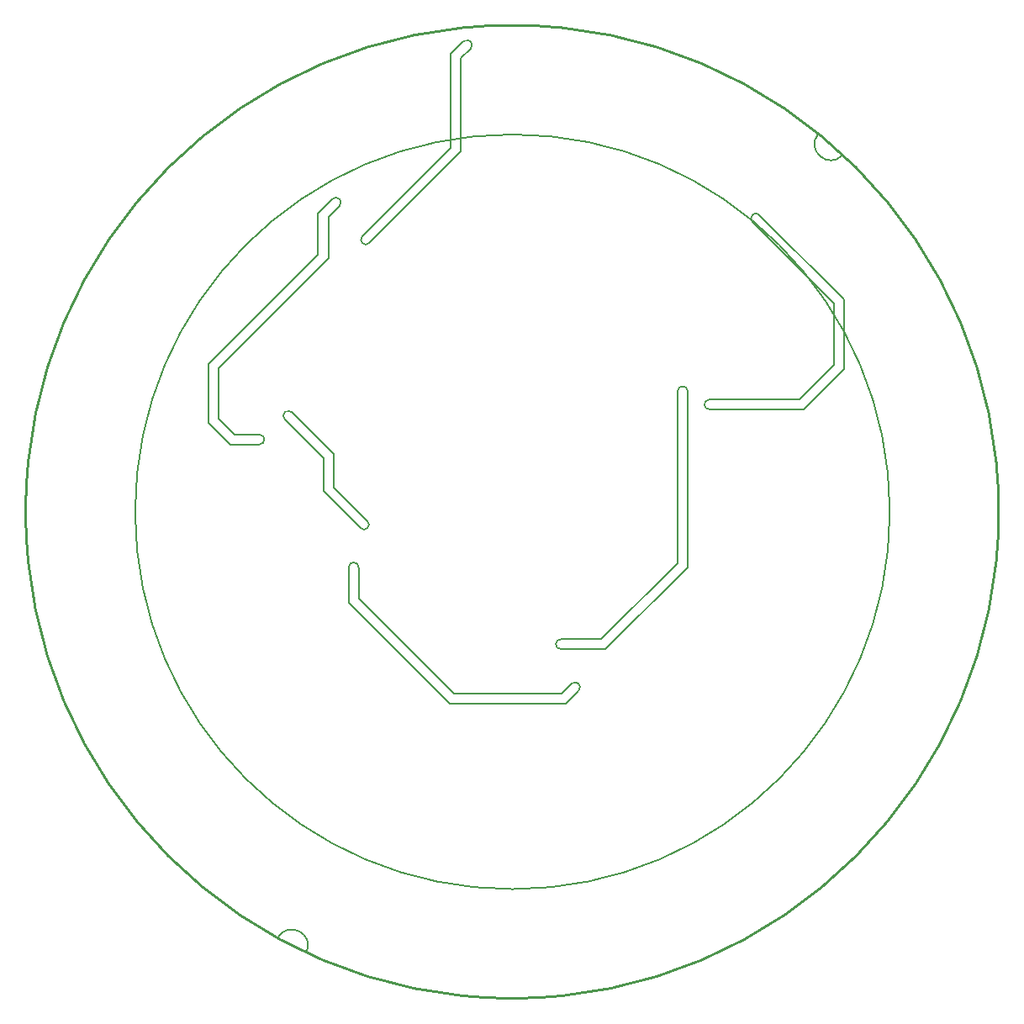
<source format=gm1>
G04*
G04 #@! TF.GenerationSoftware,Altium Limited,Altium Designer,20.1.14 (287)*
G04*
G04 Layer_Color=16711935*
%FSLAX44Y44*%
%MOMM*%
G71*
G04*
G04 #@! TF.SameCoordinates,26D83F00-FBC8-424C-8E9F-EDBCECB59CF3*
G04*
G04*
G04 #@! TF.FilePolarity,Positive*
G04*
G01*
G75*
%ADD12C,0.2000*%
%ADD16C,0.2540*%
%ADD147C,0.1524*%
D12*
X-154940Y-55880D02*
G03*
X-164940Y-55880I-5000J0D01*
G01*
X66501Y-180197D02*
G03*
X59430Y-173125I-3536J3536D01*
G01*
X248801Y299011D02*
G03*
X241730Y291940I-3536J-3536D01*
G01*
X198374Y113124D02*
G03*
X198374Y103124I0J-5000D01*
G01*
X48768Y-128270D02*
G03*
X48768Y-138270I0J-5000D01*
G01*
X176370Y121412D02*
G03*
X166370Y121412I-5000J0D01*
G01*
X-153147Y-16430D02*
G03*
X-146076Y-9359I3536J3536D01*
G01*
X-222297Y100363D02*
G03*
X-229368Y93292I-3536J-3536D01*
G01*
X-254915Y67804D02*
G03*
X-254915Y77804I0J5000D01*
G01*
X-174264Y307868D02*
G03*
X-181336Y314940I-3536J3536D01*
G01*
X-42164Y466598D02*
G03*
X-49235Y473669I-3536J3536D01*
G01*
X-151216Y277454D02*
G03*
X-144350Y270588I3433J-3433D01*
G01*
X308004Y380662D02*
G03*
X332652Y359489I12544J-10330D01*
G01*
X-207616Y-443945D02*
G03*
X-236516Y-429099I-14634J7065D01*
G01*
X49167Y-183388D02*
X59430Y-173125D01*
X-58928Y-183388D02*
X49167D01*
X-154940Y-87376D02*
Y-55880D01*
X53404Y-193294D02*
X66501Y-180196D01*
X-154940Y-87376D02*
X-58928Y-183388D01*
X-164940Y-91518D02*
X-63164Y-193294D01*
X53404D01*
X-164940Y-91518D02*
Y-55880D01*
X248801Y299011D02*
X334026Y213786D01*
X324026Y148176D02*
Y209644D01*
X198374Y103124D02*
X293116D01*
X198374Y113124D02*
X288974D01*
X241730Y291940D02*
X324026Y209644D01*
X334026Y144034D02*
Y213786D01*
X293116Y103124D02*
X334026Y144034D01*
X288974Y113124D02*
X324026Y148176D01*
X166370Y-51562D02*
Y121412D01*
X48768Y-128270D02*
X89662D01*
X48768Y-138270D02*
X93804D01*
X176370Y-55704D02*
Y121412D01*
X93804Y-138270D02*
X176370Y-55704D01*
X89662Y-128270D02*
X166370Y-51562D01*
X-212360Y76284D02*
X-190226Y54150D01*
X-229368Y93292D02*
X-212360Y76284D01*
X-222297Y100363D02*
X-202360Y80427D01*
X-179832Y24397D02*
Y57899D01*
Y24397D02*
X-146076Y-9359D01*
X-202360Y80427D02*
X-179832Y57899D01*
X-190226Y20649D02*
X-153147Y-16430D01*
X-190226Y20649D02*
Y54150D01*
X-195834Y258998D02*
Y300441D01*
X-278968Y77804D02*
X-254915D01*
X-295910Y93462D02*
Y144780D01*
X-305910Y89320D02*
Y148922D01*
Y89320D02*
X-285973Y69383D01*
X-284394Y67804D02*
X-282437D01*
X-283110D02*
X-254915D01*
X-285973Y69383D02*
X-284394Y67804D01*
X-185166Y296967D02*
X-174264Y307868D01*
X-305910Y148922D02*
X-195834Y258998D01*
X-280252Y77804D02*
X-278968D01*
X-185166Y255524D02*
Y296967D01*
X-295910Y93462D02*
X-280252Y77804D01*
X-295910Y144780D02*
X-185166Y255524D01*
X-195834Y300441D02*
X-181336Y314940D01*
X-144350Y270588D02*
X-52070Y362868D01*
X-151216Y277454D02*
X-62070Y366600D01*
X-52070Y362868D02*
Y456692D01*
X-62070Y366600D02*
Y460834D01*
X-52070Y456692D02*
X-42164Y466598D01*
X-62070Y460834D02*
X-49235Y473669D01*
X308004Y380662D02*
X320548Y370332D01*
X-236516Y-429099D02*
X-222250Y-436880D01*
X-207616Y-443945D01*
X320548Y370332D02*
X332652Y359489D01*
D16*
X489746Y0D02*
G03*
X489746Y0I-490000J0D01*
G01*
D147*
X380000D02*
G03*
X380000Y0I-380000J0D01*
G01*
M02*

</source>
